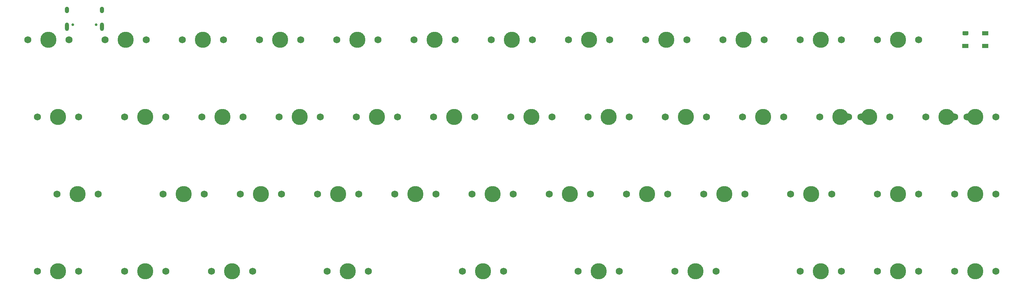
<source format=gbr>
%TF.GenerationSoftware,KiCad,Pcbnew,(5.1.11)-1*%
%TF.CreationDate,2022-08-16T19:25:20+07:00*%
%TF.ProjectId,Konpeko60,4b6f6e70-656b-46f3-9630-2e6b69636164,rev?*%
%TF.SameCoordinates,Original*%
%TF.FileFunction,Soldermask,Top*%
%TF.FilePolarity,Negative*%
%FSLAX46Y46*%
G04 Gerber Fmt 4.6, Leading zero omitted, Abs format (unit mm)*
G04 Created by KiCad (PCBNEW (5.1.11)-1) date 2022-08-16 19:25:20*
%MOMM*%
%LPD*%
G01*
G04 APERTURE LIST*
%ADD10C,1.750000*%
%ADD11C,3.987800*%
%ADD12C,0.650000*%
%ADD13O,1.000000X2.100000*%
%ADD14O,1.000000X1.600000*%
%ADD15R,1.500000X1.000000*%
G04 APERTURE END LIST*
D10*
%TO.C,MX32*%
X257492500Y-65484375D03*
D11*
X252412500Y-65484375D03*
D10*
X247332500Y-65484375D03*
%TD*%
D12*
%TO.C,USB1*%
X61786250Y-42730750D03*
X56006250Y-42730750D03*
D13*
X54576250Y-43260750D03*
X63216250Y-43260750D03*
D14*
X54576250Y-39080750D03*
X63216250Y-39080750D03*
%TD*%
%TO.C,RGB14*%
G36*
G01*
X276906250Y-44584375D02*
X276906250Y-45084375D01*
G75*
G02*
X276656250Y-45334375I-250000J0D01*
G01*
X275656250Y-45334375D01*
G75*
G02*
X275406250Y-45084375I0J250000D01*
G01*
X275406250Y-44584375D01*
G75*
G02*
X275656250Y-44334375I250000J0D01*
G01*
X276656250Y-44334375D01*
G75*
G02*
X276906250Y-44584375I0J-250000D01*
G01*
G37*
D15*
X276156250Y-48034375D03*
X281056250Y-44834375D03*
X281056250Y-48034375D03*
%TD*%
D10*
%TO.C,MX36*%
X283686250Y-65484375D03*
D11*
X278606250Y-65484375D03*
D10*
X273526250Y-65484375D03*
%TD*%
%TO.C,MX28*%
X214630000Y-103584375D03*
D11*
X209550000Y-103584375D03*
D10*
X204470000Y-103584375D03*
%TD*%
%TO.C,MX24*%
X190817500Y-103584375D03*
D11*
X185737500Y-103584375D03*
D10*
X180657500Y-103584375D03*
%TD*%
%TO.C,MX20*%
X162242500Y-103584375D03*
D11*
X157162500Y-103584375D03*
D10*
X152082500Y-103584375D03*
%TD*%
%TO.C,MX16*%
X128905000Y-103584375D03*
D11*
X123825000Y-103584375D03*
D10*
X118745000Y-103584375D03*
%TD*%
%TO.C,MX12*%
X100330000Y-103584375D03*
D11*
X95250000Y-103584375D03*
D10*
X90170000Y-103584375D03*
%TD*%
%TO.C,MX4*%
X57467500Y-103584375D03*
D11*
X52387500Y-103584375D03*
D10*
X47307500Y-103584375D03*
%TD*%
%TO.C,MX39*%
X243205000Y-84534375D03*
D11*
X238125000Y-84534375D03*
D10*
X233045000Y-84534375D03*
%TD*%
%TO.C,MX3*%
X62230000Y-84534375D03*
D11*
X57150000Y-84534375D03*
D10*
X52070000Y-84534375D03*
%TD*%
%TO.C,MX46*%
X276542500Y-65484375D03*
D11*
X271462500Y-65484375D03*
D10*
X266382500Y-65484375D03*
%TD*%
%TO.C,MX2*%
X57467500Y-65484375D03*
D11*
X52387500Y-65484375D03*
D10*
X47307500Y-65484375D03*
%TD*%
%TO.C,MX48*%
X283686250Y-103584375D03*
D11*
X278606250Y-103584375D03*
D10*
X273526250Y-103584375D03*
%TD*%
%TO.C,MX47*%
X283686250Y-84534375D03*
D11*
X278606250Y-84534375D03*
D10*
X273526250Y-84534375D03*
%TD*%
%TO.C,MX45*%
X264636250Y-46434375D03*
D11*
X259556250Y-46434375D03*
D10*
X254476250Y-46434375D03*
%TD*%
%TO.C,MX44*%
X264636250Y-103584375D03*
D11*
X259556250Y-103584375D03*
D10*
X254476250Y-103584375D03*
%TD*%
%TO.C,MX43*%
X264636250Y-84534375D03*
D11*
X259556250Y-84534375D03*
D10*
X254476250Y-84534375D03*
%TD*%
%TO.C,MX42*%
X250348750Y-65484375D03*
D11*
X245268750Y-65484375D03*
D10*
X240188750Y-65484375D03*
%TD*%
%TO.C,MX41*%
X245586250Y-46434375D03*
D11*
X240506250Y-46434375D03*
D10*
X235426250Y-46434375D03*
%TD*%
%TO.C,MX40*%
X245586250Y-103584375D03*
D11*
X240506250Y-103584375D03*
D10*
X235426250Y-103584375D03*
%TD*%
%TO.C,MX38*%
X231298750Y-65484375D03*
D11*
X226218750Y-65484375D03*
D10*
X221138750Y-65484375D03*
%TD*%
%TO.C,MX37*%
X226536250Y-46434375D03*
D11*
X221456250Y-46434375D03*
D10*
X216376250Y-46434375D03*
%TD*%
%TO.C,MX35*%
X221773750Y-84534375D03*
D11*
X216693750Y-84534375D03*
D10*
X211613750Y-84534375D03*
%TD*%
%TO.C,MX34*%
X212248750Y-65484375D03*
D11*
X207168750Y-65484375D03*
D10*
X202088750Y-65484375D03*
%TD*%
%TO.C,MX33*%
X207486250Y-46434375D03*
D11*
X202406250Y-46434375D03*
D10*
X197326250Y-46434375D03*
%TD*%
%TO.C,MX31*%
X202723750Y-84534375D03*
D11*
X197643750Y-84534375D03*
D10*
X192563750Y-84534375D03*
%TD*%
%TO.C,MX30*%
X193198750Y-65484375D03*
D11*
X188118750Y-65484375D03*
D10*
X183038750Y-65484375D03*
%TD*%
%TO.C,MX29*%
X188436250Y-46434375D03*
D11*
X183356250Y-46434375D03*
D10*
X178276250Y-46434375D03*
%TD*%
%TO.C,MX27*%
X183673750Y-84534375D03*
D11*
X178593750Y-84534375D03*
D10*
X173513750Y-84534375D03*
%TD*%
%TO.C,MX26*%
X174148750Y-65484375D03*
D11*
X169068750Y-65484375D03*
D10*
X163988750Y-65484375D03*
%TD*%
%TO.C,MX25*%
X169386250Y-46434375D03*
D11*
X164306250Y-46434375D03*
D10*
X159226250Y-46434375D03*
%TD*%
%TO.C,MX23*%
X164623750Y-84534375D03*
D11*
X159543750Y-84534375D03*
D10*
X154463750Y-84534375D03*
%TD*%
%TO.C,MX22*%
X155098750Y-65484375D03*
D11*
X150018750Y-65484375D03*
D10*
X144938750Y-65484375D03*
%TD*%
%TO.C,MX21*%
X150336250Y-46434375D03*
D11*
X145256250Y-46434375D03*
D10*
X140176250Y-46434375D03*
%TD*%
%TO.C,MX19*%
X145573750Y-84534375D03*
D11*
X140493750Y-84534375D03*
D10*
X135413750Y-84534375D03*
%TD*%
%TO.C,MX18*%
X136048750Y-65484375D03*
D11*
X130968750Y-65484375D03*
D10*
X125888750Y-65484375D03*
%TD*%
%TO.C,MX17*%
X131286250Y-46434375D03*
D11*
X126206250Y-46434375D03*
D10*
X121126250Y-46434375D03*
%TD*%
%TO.C,MX15*%
X126523750Y-84534375D03*
D11*
X121443750Y-84534375D03*
D10*
X116363750Y-84534375D03*
%TD*%
%TO.C,MX14*%
X116998750Y-65484375D03*
D11*
X111918750Y-65484375D03*
D10*
X106838750Y-65484375D03*
%TD*%
%TO.C,MX13*%
X112236250Y-46434375D03*
D11*
X107156250Y-46434375D03*
D10*
X102076250Y-46434375D03*
%TD*%
%TO.C,MX11*%
X107473750Y-84534375D03*
D11*
X102393750Y-84534375D03*
D10*
X97313750Y-84534375D03*
%TD*%
%TO.C,MX10*%
X97948750Y-65484375D03*
D11*
X92868750Y-65484375D03*
D10*
X87788750Y-65484375D03*
%TD*%
%TO.C,MX9*%
X93186250Y-46434375D03*
D11*
X88106250Y-46434375D03*
D10*
X83026250Y-46434375D03*
%TD*%
%TO.C,MX8*%
X78898750Y-103584375D03*
D11*
X73818750Y-103584375D03*
D10*
X68738750Y-103584375D03*
%TD*%
%TO.C,MX7*%
X88423750Y-84534375D03*
D11*
X83343750Y-84534375D03*
D10*
X78263750Y-84534375D03*
%TD*%
%TO.C,MX6*%
X78898750Y-65484375D03*
D11*
X73818750Y-65484375D03*
D10*
X68738750Y-65484375D03*
%TD*%
%TO.C,MX5*%
X74136250Y-46434375D03*
D11*
X69056250Y-46434375D03*
D10*
X63976250Y-46434375D03*
%TD*%
%TO.C,MX1*%
X55086250Y-46434375D03*
D11*
X50006250Y-46434375D03*
D10*
X44926250Y-46434375D03*
%TD*%
M02*

</source>
